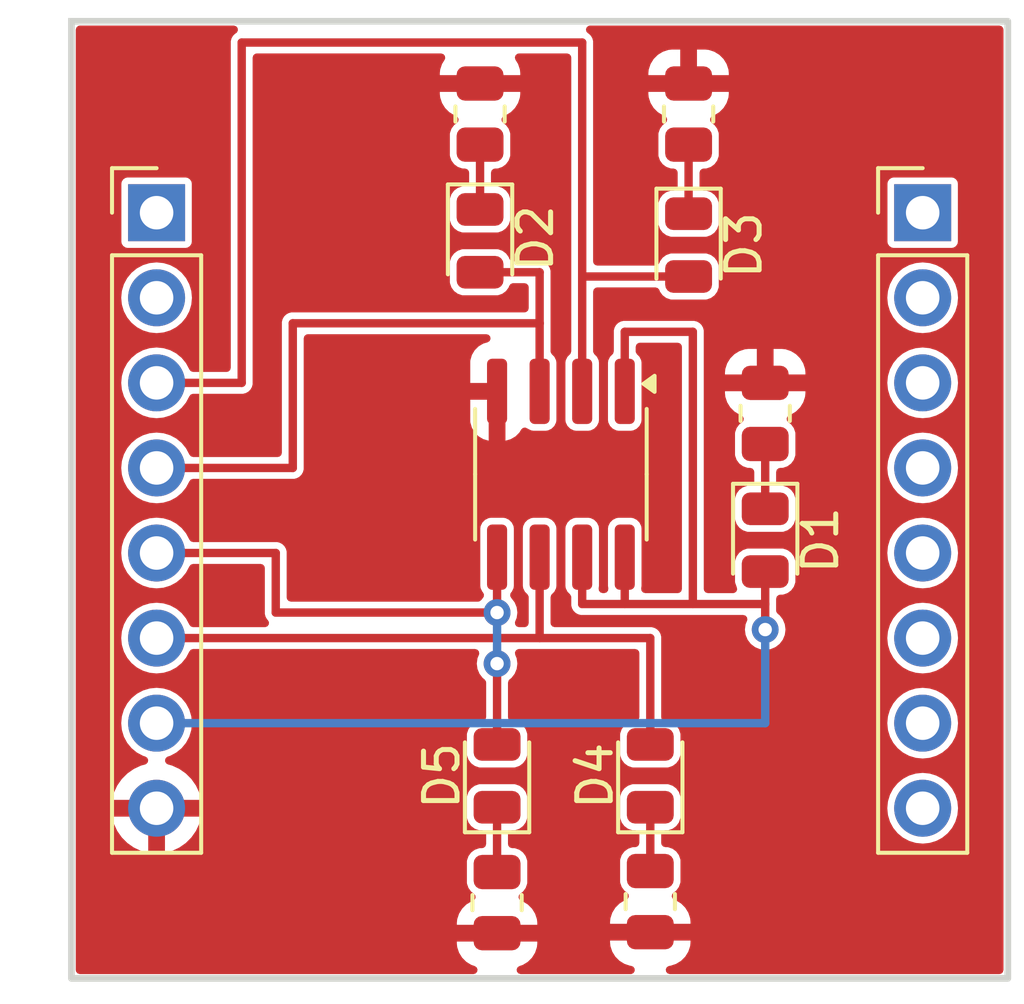
<source format=kicad_pcb>
(kicad_pcb (version 20240108) (generator "pcbnew") (generator_version "8.0")
  (layers (0 "F.Cu" signal) (31 "B.Cu" signal) (34 "B.Paste" user) (35 "F.Paste" user) (36 "B.SilkS" user "B.Silkscreen") (37 "F.SilkS" user "F.Silkscreen") (38 "B.Mask" user) (39 "F.Mask" user) (44 "Edge.Cuts" user))
  (net 0 "")
  (net 1 "Net-(D1-K)")
  (net 2 "Net-(D2-K)")
  (net 3 "Net-(D3-K)")
  (net 4 "Net-(D4-K)")
  (net 5 "Net-(D5-K)")
  (net 7 "/+3.3V")
  (net 8 "/SCK")
  (net 9 "/CS")
  (net 10 "/MOSI")
  (net 11 "/MISO")
  (net 13 "GND")
  (footprint "Resistor_SMD:R_0805_2012Metric" (layer "F.Cu") (at 110.49 95.0195 -90)
    (property "Reference" "R5" (hide yes))
    (property "Value" "1k")
    (fp_line (start -0.227064 0.735) (end 0.227064 0.735) (stroke (width 0.12)) (layer "F.SilkS"))
    (fp_line (start -0.227064 -0.735) (end 0.227064 -0.735) (stroke (width 0.12)) (layer "F.SilkS"))
    (pad "1" smd roundrect (at -0.9125 0 270) (size 1.025 1.4) (layers "F.Cu" "F.Paste" "F.Mask") (roundrect_rratio 0.243902) (net 5 "Net-(D5-K)"))
    (pad "2" smd roundrect (at 0.9125 0 270) (size 1.025 1.4) (layers "F.Cu" "F.Paste" "F.Mask") (roundrect_rratio 0.243902) (net 13 "GND"))
  )
  (footprint "Package_SO:SOIC-8_3.9x4.9mm_P1.27mm" (layer "F.Cu") (at 112.395 82.231 -90)
    (property "Reference" "U1" (hide yes))
    (property "Value" "~")
    (fp_line (start 0 2.56) (end -1.95 2.56) (stroke (width 0.12)) (layer "F.SilkS"))
    (fp_line (start 0 2.56) (end 1.95 2.56) (stroke (width 0.12)) (layer "F.SilkS"))
    (fp_line (start 0 -2.56) (end -1.95 -2.56) (stroke (width 0.12)) (layer "F.SilkS"))
    (fp_line (start 0 -2.56) (end 1.95 -2.56) (stroke (width 0.12)) (layer "F.SilkS"))
    (fp_poly (pts (xy -2.7 -2.465) (xy -2.94 -2.795) (xy -2.46 -2.795) (xy -2.7 -2.465)) (stroke (width 0.12)) (fill solid) (layer "F.SilkS"))
    (pad "1" smd roundrect (at -2.475 -1.905 270) (size 1.95 0.6) (layers "F.Cu" "F.Paste" "F.Mask") (net 7 "/+3.3V"))
    (pad "2" smd roundrect (at -2.475 -0.635 270) (size 1.95 0.6) (layers "F.Cu" "F.Paste" "F.Mask") (net 9 "/CS"))
    (pad "3" smd roundrect (at -2.475 0.635 270) (size 1.95 0.6) (layers "F.Cu" "F.Paste" "F.Mask") (net 8 "/SCK"))
    (pad "4" smd roundrect (at -2.475 1.905 270) (size 1.95 0.6) (layers "F.Cu" "F.Paste" "F.Mask") (net 13 "GND"))
    (pad "5" smd roundrect (at 2.475 1.905 270) (size 1.95 0.6) (layers "F.Cu" "F.Paste" "F.Mask") (net 11 "/MISO"))
    (pad "6" smd roundrect (at 2.475 0.635 270) (size 1.95 0.6) (layers "F.Cu" "F.Paste" "F.Mask") (net 10 "/MOSI"))
    (pad "7" smd roundrect (at 2.475 -0.635 270) (size 1.95 0.6) (layers "F.Cu" "F.Paste" "F.Mask") (net 7 "/+3.3V"))
    (pad "8" smd roundrect (at 2.475 -1.905 270) (size 1.95 0.6) (layers "F.Cu" "F.Paste" "F.Mask") (net 7 "/+3.3V"))
  )
  (footprint "Resistor_SMD:R_0805_2012Metric" (layer "F.Cu") (at 109.982 71.4775 90)
    (property "Reference" "R2" (hide yes))
    (property "Value" "1k")
    (fp_line (start -0.227064 -0.735) (end 0.227064 -0.735) (stroke (width 0.12)) (layer "F.SilkS"))
    (fp_line (start -0.227064 0.735) (end 0.227064 0.735) (stroke (width 0.12)) (layer "F.SilkS"))
    (pad "1" smd roundrect (at -0.9125 0 90) (size 1.025 1.4) (layers "F.Cu" "F.Paste" "F.Mask") (roundrect_rratio 0.243902) (net 2 "Net-(D2-K)"))
    (pad "2" smd roundrect (at 0.9125 0 90) (size 1.025 1.4) (layers "F.Cu" "F.Paste" "F.Mask") (roundrect_rratio 0.243902) (net 13 "GND"))
  )
  (footprint "LED_SMD:LED_0805_2012Metric" (layer "F.Cu") (at 115.062 91.2345 90)
    (property "Reference" "D4" (at 0 -1.65 90) (layer "F.SilkS"))
    (property "Value" "LED" (hide yes))
    (fp_line (start 1 -0.96) (end -1.685 -0.96) (stroke (width 0.12)) (layer "F.SilkS"))
    (fp_line (start -1.685 -0.96) (end -1.685 0.96) (stroke (width 0.12)) (layer "F.SilkS"))
    (fp_line (start -1.685 0.96) (end 1 0.96) (stroke (width 0.12)) (layer "F.SilkS"))
    (pad "1" smd roundrect (at -0.9375 0 90) (size 0.975 1.4) (layers "F.Cu" "F.Paste" "F.Mask") (net 4 "Net-(D4-K)"))
    (pad "2" smd roundrect (at 0.9375 0 90) (size 0.975 1.4) (layers "F.Cu" "F.Paste" "F.Mask") (net 10 "/MOSI"))
  )
  (footprint "LED_SMD:LED_0805_2012Metric" (layer "F.Cu") (at 118.491 84.1995 -90)
    (property "Reference" "D1" (at 0 -1.65 90) (layer "F.SilkS"))
    (property "Value" "LED" (hide yes))
    (fp_line (start -1.685 0.96) (end 1 0.96) (stroke (width 0.12)) (layer "F.SilkS"))
    (fp_line (start -1.685 -0.96) (end -1.685 0.96) (stroke (width 0.12)) (layer "F.SilkS"))
    (fp_line (start 1 -0.96) (end -1.685 -0.96) (stroke (width 0.12)) (layer "F.SilkS"))
    (pad "1" smd roundrect (at -0.9375 0 270) (size 0.975 1.4) (layers "F.Cu" "F.Paste" "F.Mask") (net 1 "Net-(D1-K)"))
    (pad "2" smd roundrect (at 0.9375 0 270) (size 0.975 1.4) (layers "F.Cu" "F.Paste" "F.Mask") (net 7 "/+3.3V"))
  )
  (footprint "LED_SMD:LED_0805_2012Metric" (layer "F.Cu") (at 110.49 91.2345 90)
    (property "Reference" "D5" (at 0 -1.65 90) (layer "F.SilkS"))
    (property "Value" "LED" (hide yes))
    (fp_line (start 1 -0.96) (end -1.685 -0.96) (stroke (width 0.12)) (layer "F.SilkS"))
    (fp_line (start -1.685 -0.96) (end -1.685 0.96) (stroke (width 0.12)) (layer "F.SilkS"))
    (fp_line (start -1.685 0.96) (end 1 0.96) (stroke (width 0.12)) (layer "F.SilkS"))
    (pad "1" smd roundrect (at -0.9375 0 90) (size 0.975 1.4) (layers "F.Cu" "F.Paste" "F.Mask") (net 5 "Net-(D5-K)"))
    (pad "2" smd roundrect (at 0.9375 0 90) (size 0.975 1.4) (layers "F.Cu" "F.Paste" "F.Mask") (net 11 "/MISO"))
  )
  (footprint "LED_SMD:LED_0805_2012Metric" (layer "F.Cu") (at 116.205 75.3895 -90)
    (property "Reference" "D3" (at 0 -1.65 90) (layer "F.SilkS"))
    (property "Value" "LED" (hide yes))
    (fp_line (start -1.685 0.96) (end 1 0.96) (stroke (width 0.12)) (layer "F.SilkS"))
    (fp_line (start -1.685 -0.96) (end -1.685 0.96) (stroke (width 0.12)) (layer "F.SilkS"))
    (fp_line (start 1 -0.96) (end -1.685 -0.96) (stroke (width 0.12)) (layer "F.SilkS"))
    (pad "1" smd roundrect (at -0.9375 0 270) (size 0.975 1.4) (layers "F.Cu" "F.Paste" "F.Mask") (net 3 "Net-(D3-K)"))
    (pad "2" smd roundrect (at 0.9375 0 270) (size 0.975 1.4) (layers "F.Cu" "F.Paste" "F.Mask") (net 9 "/CS"))
  )
  (footprint "LED_SMD:LED_0805_2012Metric" (layer "F.Cu") (at 109.982 75.2625 -90)
    (property "Reference" "D2" (at -0.0785 -1.65 90) (layer "F.SilkS"))
    (property "Value" "LED" (hide yes))
    (fp_line (start -1.685 0.96) (end 1 0.96) (stroke (width 0.12)) (layer "F.SilkS"))
    (fp_line (start -1.685 -0.96) (end -1.685 0.96) (stroke (width 0.12)) (layer "F.SilkS"))
    (fp_line (start 1 -0.96) (end -1.685 -0.96) (stroke (width 0.12)) (layer "F.SilkS"))
    (pad "1" smd roundrect (at -0.9375 0 270) (size 0.975 1.4) (layers "F.Cu" "F.Paste" "F.Mask") (net 2 "Net-(D2-K)"))
    (pad "2" smd roundrect (at 0.9375 0 270) (size 0.975 1.4) (layers "F.Cu" "F.Paste" "F.Mask") (net 8 "/SCK"))
  )
  (footprint "Resistor_SMD:R_0805_2012Metric" (layer "F.Cu") (at 116.205 71.4775 90)
    (property "Reference" "R3" (hide yes))
    (property "Value" "1k")
    (fp_line (start -0.227064 -0.735) (end 0.227064 -0.735) (stroke (width 0.12)) (layer "F.SilkS"))
    (fp_line (start -0.227064 0.735) (end 0.227064 0.735) (stroke (width 0.12)) (layer "F.SilkS"))
    (pad "1" smd roundrect (at -0.9125 0 90) (size 1.025 1.4) (layers "F.Cu" "F.Paste" "F.Mask") (roundrect_rratio 0.243902) (net 3 "Net-(D3-K)"))
    (pad "2" smd roundrect (at 0.9125 0 90) (size 1.025 1.4) (layers "F.Cu" "F.Paste" "F.Mask") (roundrect_rratio 0.243902) (net 13 "GND"))
  )
  (footprint "Resistor_SMD:R_0805_2012Metric" (layer "F.Cu") (at 118.491 80.4145 90)
    (property "Reference" "R1" (hide yes))
    (property "Value" "1k")
    (fp_line (start -0.227064 -0.735) (end 0.227064 -0.735) (stroke (width 0.12)) (layer "F.SilkS"))
    (fp_line (start -0.227064 0.735) (end 0.227064 0.735) (stroke (width 0.12)) (layer "F.SilkS"))
    (pad "1" smd roundrect (at -0.9125 0 90) (size 1.025 1.4) (layers "F.Cu" "F.Paste" "F.Mask") (roundrect_rratio 0.243902) (net 1 "Net-(D1-K)"))
    (pad "2" smd roundrect (at 0.9125 0 90) (size 1.025 1.4) (layers "F.Cu" "F.Paste" "F.Mask") (roundrect_rratio 0.243902) (net 13 "GND"))
  )
  (footprint "Resistor_SMD:R_0805_2012Metric" (layer "F.Cu") (at 115.062 94.9895 -90)
    (property "Reference" "R4" (hide yes))
    (property "Value" "1k")
    (fp_line (start -0.227064 0.735) (end 0.227064 0.735) (stroke (width 0.12)) (layer "F.SilkS"))
    (fp_line (start -0.227064 -0.735) (end 0.227064 -0.735) (stroke (width 0.12)) (layer "F.SilkS"))
    (pad "1" smd roundrect (at -0.9125 0 270) (size 1.025 1.4) (layers "F.Cu" "F.Paste" "F.Mask") (roundrect_rratio 0.243902) (net 4 "Net-(D4-K)"))
    (pad "2" smd roundrect (at 0.9125 0 270) (size 1.025 1.4) (layers "F.Cu" "F.Paste" "F.Mask") (roundrect_rratio 0.243902) (net 13 "GND"))
  )
  (footprint "Connector_PinHeader_2.54mm:PinHeader_1x08_P2.54mm_Vertical" (layer "F.Cu") (at 123.19 74.422)
    (property "Reference" "J2" (hide yes))
    (property "Value" "Conn_01x08")
    (fp_line (start -1.33 -1.33) (end 0 -1.33) (stroke (width 0.12)) (layer "F.SilkS"))
    (fp_line (start -1.33 0) (end -1.33 -1.33) (stroke (width 0.12)) (layer "F.SilkS"))
    (fp_line (start -1.33 1.27) (end -1.33 19.11) (stroke (width 0.12)) (layer "F.SilkS"))
    (fp_line (start -1.33 1.27) (end 1.33 1.27) (stroke (width 0.12)) (layer "F.SilkS"))
    (fp_line (start -1.33 19.11) (end 1.33 19.11) (stroke (width 0.12)) (layer "F.SilkS"))
    (fp_line (start 1.33 1.27) (end 1.33 19.11) (stroke (width 0.12)) (layer "F.SilkS"))
    (pad "1" thru_hole rect (at 0 0) (size 1.7 1.7) (drill 1) (layers "*.Cu" "*.Mask"))
    (pad "2" thru_hole oval (at 0 2.54) (size 1.7 1.7) (drill 1) (layers "*.Cu" "*.Mask"))
    (pad "3" thru_hole oval (at 0 5.08) (size 1.7 1.7) (drill 1) (layers "*.Cu" "*.Mask"))
    (pad "4" thru_hole oval (at 0 7.62) (size 1.7 1.7) (drill 1) (layers "*.Cu" "*.Mask"))
    (pad "5" thru_hole oval (at 0 10.16) (size 1.7 1.7) (drill 1) (layers "*.Cu" "*.Mask"))
    (pad "6" thru_hole oval (at 0 12.7) (size 1.7 1.7) (drill 1) (layers "*.Cu" "*.Mask"))
    (pad "7" thru_hole oval (at 0 15.24) (size 1.7 1.7) (drill 1) (layers "*.Cu" "*.Mask"))
    (pad "8" thru_hole oval (at 0 17.78) (size 1.7 1.7) (drill 1) (layers "*.Cu" "*.Mask"))
  )
  (footprint "Connector_PinHeader_2.54mm:PinHeader_1x08_P2.54mm_Vertical" (layer "F.Cu") (at 100.33 74.422)
    (property "Reference" "J1" (hide yes))
    (property "Value" "Conn_01x08")
    (fp_line (start -1.33 -1.33) (end 0 -1.33) (stroke (width 0.12)) (layer "F.SilkS"))
    (fp_line (start -1.33 0) (end -1.33 -1.33) (stroke (width 0.12)) (layer "F.SilkS"))
    (fp_line (start -1.33 1.27) (end -1.33 19.11) (stroke (width 0.12)) (layer "F.SilkS"))
    (fp_line (start -1.33 1.27) (end 1.33 1.27) (stroke (width 0.12)) (layer "F.SilkS"))
    (fp_line (start -1.33 19.11) (end 1.33 19.11) (stroke (width 0.12)) (layer "F.SilkS"))
    (fp_line (start 1.33 1.27) (end 1.33 19.11) (stroke (width 0.12)) (layer "F.SilkS"))
    (pad "1" thru_hole rect (at 0 0) (size 1.7 1.7) (drill 1) (layers "*.Cu" "*.Mask"))
    (pad "2" thru_hole oval (at 0 2.54) (size 1.7 1.7) (drill 1) (layers "*.Cu" "*.Mask"))
    (pad "3" thru_hole oval (at 0 5.08) (size 1.7 1.7) (drill 1) (layers "*.Cu" "*.Mask") (net 9 "/CS"))
    (pad "4" thru_hole oval (at 0 7.62) (size 1.7 1.7) (drill 1) (layers "*.Cu" "*.Mask") (net 8 "/SCK"))
    (pad "5" thru_hole oval (at 0 10.16) (size 1.7 1.7) (drill 1) (layers "*.Cu" "*.Mask") (net 11 "/MISO"))
    (pad "6" thru_hole oval (at 0 12.7) (size 1.7 1.7) (drill 1) (layers "*.Cu" "*.Mask") (net 10 "/MOSI"))
    (pad "7" thru_hole oval (at 0 15.24) (size 1.7 1.7) (drill 1) (layers "*.Cu" "*.Mask") (net 7 "/+3.3V"))
    (pad "8" thru_hole oval (at 0 17.78) (size 1.7 1.7) (drill 1) (layers "*.Cu" "*.Mask") (net 13 "GND"))
  )
  (gr_rect (start 97.79 68.707) (end 125.73 97.282) (stroke (width 0.2)) (fill none) (layer "Edge.Cuts"))
  (segment (start 118.491 81.327) (end 118.491 83.262) (width 0.25) (layer "F.Cu") (net 1))
  (segment (start 109.982 72.39) (end 109.982 74.325) (width 0.25) (layer "F.Cu") (net 2))
  (segment (start 116.205 72.39) (end 116.205 74.452) (width 0.25) (layer "F.Cu") (net 3))
  (segment (start 115.062 92.172) (end 115.062 94.077) (width 0.25) (layer "F.Cu") (net 4))
  (segment (start 110.49 92.172) (end 110.49 94.107) (width 0.25) (layer "F.Cu") (net 5))
  (segment (start 114.3 86.106) (end 113.03 86.106) (width 0.25) (layer "F.Cu") (net 7))
  (segment (start 118.491 86.106) (end 118.491 85.137) (width 0.25) (layer "F.Cu") (net 7))
  (segment (start 113.03 86.106) (end 113.03 84.706) (width 0.25) (layer "F.Cu") (net 7))
  (segment (start 116.332 77.978) (end 114.3 77.978) (width 0.25) (layer "F.Cu") (net 7))
  (segment (start 114.3 86.106) (end 114.3 84.706) (width 0.25) (layer "F.Cu") (net 7))
  (segment (start 116.332 86.106) (end 116.332 77.978) (width 0.25) (layer "F.Cu") (net 7))
  (segment (start 118.491 86.868) (end 118.491 86.106) (width 0.25) (layer "F.Cu") (net 7))
  (segment (start 116.332 86.106) (end 114.3 86.106) (width 0.25) (layer "F.Cu") (net 7))
  (segment (start 118.491 86.106) (end 116.332 86.106) (width 0.25) (layer "F.Cu") (net 7))
  (segment (start 114.3 77.978) (end 114.3 79.756) (width 0.25) (layer "F.Cu") (net 7))
  (via (at 118.491 86.868) (size 0.8) (drill 0.4) (layers "F.Cu" "B.Cu") (net 7))
  (segment (start 118.491 86.868) (end 118.491 89.662) (width 0.25) (layer "B.Cu") (net 7))
  (segment (start 118.491 89.662) (end 100.33 89.662) (width 0.25) (layer "B.Cu") (net 7))
  (segment (start 111.76 77.724) (end 111.76 79.756) (width 0.25) (layer "F.Cu") (net 8))
  (segment (start 104.394 82.042) (end 100.33 82.042) (width 0.25) (layer "F.Cu") (net 8))
  (segment (start 111.76 76.2) (end 109.982 76.2) (width 0.25) (layer "F.Cu") (net 8))
  (segment (start 111.76 76.2) (end 111.76 77.724) (width 0.25) (layer "F.Cu") (net 8))
  (segment (start 111.76 77.724) (end 104.394 77.724) (width 0.25) (layer "F.Cu") (net 8))
  (segment (start 104.394 77.724) (end 104.394 82.042) (width 0.25) (layer "F.Cu") (net 8))
  (segment (start 113.03 76.327) (end 113.03 79.756) (width 0.25) (layer "F.Cu") (net 9))
  (segment (start 102.87 79.502) (end 100.33 79.502) (width 0.25) (layer "F.Cu") (net 9))
  (segment (start 113.03 76.327) (end 116.205 76.327) (width 0.25) (layer "F.Cu") (net 9))
  (segment (start 102.87 69.342) (end 102.87 79.502) (width 0.25) (layer "F.Cu") (net 9))
  (segment (start 113.03 76.327) (end 113.03 69.342) (width 0.25) (layer "F.Cu") (net 9))
  (segment (start 113.03 69.342) (end 102.87 69.342) (width 0.25) (layer "F.Cu") (net 9))
  (segment (start 111.76 87.122) (end 111.76 84.706) (width 0.25) (layer "F.Cu") (net 10))
  (segment (start 111.76 87.122) (end 115.062 87.122) (width 0.25) (layer "F.Cu") (net 10))
  (segment (start 111.76 87.122) (end 100.33 87.122) (width 0.25) (layer "F.Cu") (net 10))
  (segment (start 115.062 87.122) (end 115.062 90.297) (width 0.25) (layer "F.Cu") (net 10))
  (segment (start 103.886 84.582) (end 100.33 84.582) (width 0.25) (layer "F.Cu") (net 11))
  (segment (start 110.49 86.36) (end 103.886 86.36) (width 0.25) (layer "F.Cu") (net 11))
  (segment (start 110.49 90.297) (end 110.49 87.884) (width 0.25) (layer "F.Cu") (net 11))
  (segment (start 103.886 86.36) (end 103.886 84.582) (width 0.25) (layer "F.Cu") (net 11))
  (segment (start 110.49 86.36) (end 110.49 84.706) (width 0.25) (layer "F.Cu") (net 11))
  (via blind (at 110.49 86.36) (size 0.8) (drill 0.4) (layers "F.Cu" "B.Cu") (net 11))
  (via blind (at 110.49 87.884) (size 0.8) (drill 0.4) (layers "F.Cu" "B.Cu") (net 11))
  (segment (start 110.49 87.884) (end 110.49 86.36) (width 0.25) (layer "B.Cu") (net 11))
  (zone (net 13) (net_name "GND") (layer "F.Cu") (name "GND") (connect_pads (clearance 0.1524)) (min_thickness 0.25) (fill yes (thermal_gap 0.5) (thermal_bridge_width 0.5))
    (polygon (pts (xy 97.028 68.072) (xy 126.238 68.072) (xy 126.238 98.044) (xy 97.028 98.044)))
  )
)
</source>
